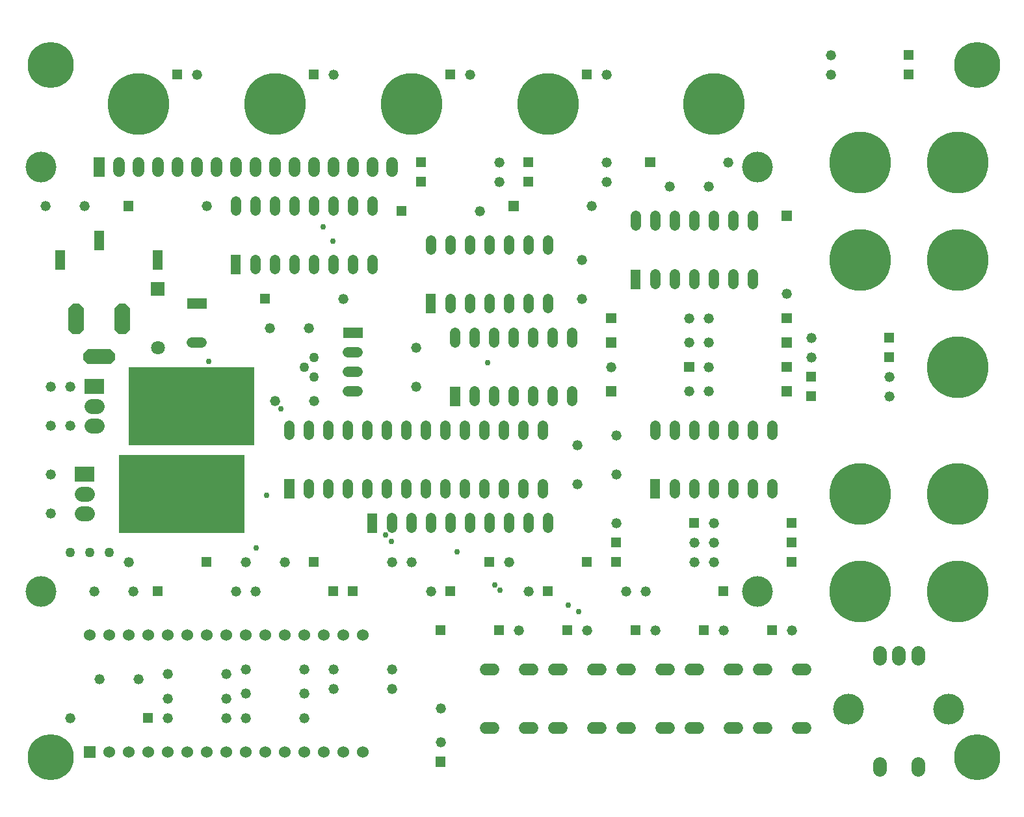
<source format=gts>
%FSLAX24Y24*%
%MOIN*%
%ADD10C,0.0300*%
%ADD11C,0.0500*%
%ADD12C,0.0520*%
%ADD13C,0.0591*%
%ADD14C,0.0600*%
%ADD15C,0.0700*%
%ADD16C,0.0709*%
%ADD17C,0.0750*%
%ADD18C,0.1575*%
%ADD19C,0.2362*%
%ADD20C,0.3150*%
D10*
G01X18920Y13379D03*
X15723Y29192D03*
X16224Y28451D03*
X13569Y19851D03*
X28828Y9450D03*
X24813Y10544D03*
X24537Y10820D03*
X19220Y13049D03*
X12820Y15407D03*
X28284Y9788D03*
X22604Y12513D03*
X24178Y22226D03*
X9857Y22269D03*
X12310Y12722D03*
D11*
G01X15250Y22500D03*
X14750Y22000D03*
X15250Y21500D03*
X4750Y12500D03*
X3750Y12500D03*
X2750Y12500D03*
D12*
G01X13250Y20250D03*
X15250Y20250D03*
X5750Y12000D03*
X32750Y8500D03*
X39499Y25750D03*
X33500Y31250D03*
X35500Y31250D03*
X25750Y8500D03*
X26250Y10500D03*
X12249Y10500D03*
X13750Y12000D03*
X11750Y12000D03*
X29500Y30250D03*
X34500Y23250D03*
X41750Y37000D03*
X1750Y16500D03*
X1750Y14500D03*
X2749Y19000D03*
X2750Y21000D03*
X21250Y10500D03*
X19250Y12000D03*
X4249Y6000D03*
X6249Y6000D03*
X34750Y13000D03*
X21750Y2750D03*
X24750Y31500D03*
X1749Y19000D03*
X1750Y21000D03*
X21750Y4500D03*
X29250Y8500D03*
X39750Y8500D03*
X3500Y30250D03*
X1500Y30250D03*
X16250Y6500D03*
X19250Y6500D03*
X41750Y38000D03*
X16750Y25500D03*
X30750Y14000D03*
X2750Y4000D03*
X36500Y32500D03*
X11250Y10500D03*
X36250Y8500D03*
X30500Y22000D03*
X4000Y10500D03*
X5999Y10500D03*
X32250Y10500D03*
X20249Y12000D03*
X25249Y12000D03*
X19250Y5500D03*
X16250Y5500D03*
X31250Y10500D03*
X34500Y24500D03*
X30250Y31500D03*
X34500Y20750D03*
X30750Y18500D03*
X30750Y16500D03*
X35750Y13000D03*
X44750Y20500D03*
X44750Y21500D03*
X35500Y22000D03*
X9250Y37000D03*
X16250Y37000D03*
X23250Y37000D03*
X30250Y37000D03*
X24750Y32500D03*
X9749Y30250D03*
X23750Y30000D03*
X30250Y32500D03*
X10749Y6250D03*
X7750Y6250D03*
X11750Y6500D03*
X14750Y6500D03*
X11750Y5250D03*
X14750Y5250D03*
X14750Y4000D03*
X11750Y4000D03*
X35500Y24500D03*
X35750Y12000D03*
X40750Y23500D03*
X40750Y22500D03*
X10749Y5000D03*
X7750Y5000D03*
X7749Y4000D03*
X10749Y4000D03*
X35500Y20750D03*
X34750Y12000D03*
X35500Y23250D03*
X35750Y14000D03*
X29000Y27500D03*
X29000Y25500D03*
X20500Y23000D03*
X20500Y21000D03*
X28750Y18000D03*
X28750Y16000D03*
X15000Y24000D03*
X13000Y24000D03*
X23250Y13760D02*
X23250Y14239D01*
X22250Y13760D02*
X22250Y14239D01*
X21250Y13760D02*
X21250Y14239D01*
X25250Y13760D02*
X25250Y14239D01*
X27250Y13760D02*
X27250Y14239D01*
X26250Y13760D02*
X26250Y14239D01*
X24250Y13760D02*
X24250Y14239D01*
X20250Y13760D02*
X20250Y14239D01*
X19250Y13760D02*
X19250Y14239D01*
X17010Y22749D02*
X17490Y22749D01*
X17010Y20749D02*
X17490Y20749D01*
X17010Y21750D02*
X17490Y21750D01*
X9010Y23249D02*
X9490Y23249D01*
X33750Y26260D02*
X33750Y26740D01*
X34750Y29260D02*
X34750Y29740D01*
X34750Y26260D02*
X34750Y26740D01*
X35750Y26260D02*
X35750Y26740D01*
X37749Y29260D02*
X37749Y29740D01*
X36749Y26260D02*
X36749Y26740D01*
X36749Y29260D02*
X36749Y29740D01*
X31750Y29260D02*
X31750Y29740D01*
X37749Y26260D02*
X37749Y26740D01*
X35750Y29260D02*
X35750Y29740D01*
X32750Y26260D02*
X32750Y26740D01*
X32750Y29260D02*
X32750Y29740D01*
X33750Y29260D02*
X33750Y29740D01*
X18999Y18510D02*
X18999Y18990D01*
X18000Y15510D02*
X18000Y15990D01*
X23000Y18510D02*
X23000Y18990D01*
X17000Y15510D02*
X17000Y15990D01*
X16000Y15510D02*
X16000Y15990D01*
X18999Y15510D02*
X18999Y15990D01*
X18000Y18510D02*
X18000Y18990D01*
X20000Y15510D02*
X20000Y15990D01*
X25000Y15510D02*
X25000Y15990D01*
X17000Y18510D02*
X17000Y18990D01*
X24000Y18510D02*
X24000Y18990D01*
X14000Y18510D02*
X14000Y18990D01*
X21999Y18510D02*
X21999Y18990D01*
X26000Y18510D02*
X26000Y18990D01*
X24000Y15510D02*
X24000Y15990D01*
X21000Y15510D02*
X21000Y15990D01*
X26999Y15510D02*
X26999Y15990D01*
X21000Y18510D02*
X21000Y18990D01*
X15000Y15510D02*
X15000Y15990D01*
X23000Y15510D02*
X23000Y15990D01*
X25000Y18510D02*
X25000Y18990D01*
X21999Y15510D02*
X21999Y15990D01*
X26999Y18510D02*
X26999Y18990D01*
X26000Y15510D02*
X26000Y15990D01*
X15000Y18510D02*
X15000Y18990D01*
X20000Y18510D02*
X20000Y18990D01*
X16000Y18510D02*
X16000Y18990D01*
X18250Y30010D02*
X18250Y30490D01*
X18250Y27010D02*
X18250Y27490D01*
X15250Y30010D02*
X15250Y30490D01*
X17250Y27010D02*
X17250Y27490D01*
X16250Y30010D02*
X16250Y30490D01*
X15250Y27010D02*
X15250Y27490D01*
X12250Y30010D02*
X12250Y30490D01*
X16250Y27010D02*
X16250Y27490D01*
X13250Y27010D02*
X13250Y27490D01*
X11250Y30010D02*
X11250Y30490D01*
X14250Y30010D02*
X14250Y30490D01*
X13250Y30010D02*
X13250Y30490D01*
X14250Y27010D02*
X14250Y27490D01*
X17250Y30010D02*
X17250Y30490D01*
X12250Y27010D02*
X12250Y27490D01*
X34750Y15510D02*
X34750Y15990D01*
X35750Y18510D02*
X35750Y18990D01*
X35750Y15510D02*
X35750Y15990D01*
X36749Y15510D02*
X36749Y15990D01*
X38750Y18510D02*
X38750Y18990D01*
X37749Y15510D02*
X37749Y15990D01*
X37749Y18510D02*
X37749Y18990D01*
X32750Y18510D02*
X32750Y18990D01*
X38750Y15510D02*
X38750Y15990D01*
X36749Y18510D02*
X36749Y18990D01*
X33749Y15510D02*
X33749Y15990D01*
X33749Y18510D02*
X33749Y18990D01*
X34750Y18510D02*
X34750Y18990D01*
X22250Y28010D02*
X22250Y28489D01*
X25249Y25010D02*
X25249Y25490D01*
X27250Y25010D02*
X27250Y25490D01*
X24250Y28010D02*
X24250Y28489D01*
X26250Y25010D02*
X26250Y25490D01*
X25249Y28010D02*
X25249Y28489D01*
X23249Y28010D02*
X23249Y28489D01*
X24250Y25010D02*
X24250Y25490D01*
X23249Y25010D02*
X23249Y25490D01*
X26250Y28010D02*
X26250Y28489D01*
X27250Y28010D02*
X27250Y28489D01*
X21250Y28010D02*
X21250Y28489D01*
X22250Y25010D02*
X22250Y25490D01*
X23500Y23260D02*
X23500Y23740D01*
X26499Y20260D02*
X26499Y20740D01*
X28500Y20260D02*
X28500Y20740D01*
X25500Y23260D02*
X25500Y23740D01*
X27500Y20260D02*
X27500Y20740D01*
X26499Y23260D02*
X26499Y23740D01*
X24499Y23260D02*
X24499Y23740D01*
X25500Y20260D02*
X25500Y20740D01*
X24499Y20260D02*
X24499Y20740D01*
X27500Y23260D02*
X27500Y23740D01*
X28500Y23260D02*
X28500Y23740D01*
X22500Y23260D02*
X22500Y23740D01*
X23500Y20260D02*
X23500Y20740D01*
D13*
G01X19250Y32045D02*
X19250Y32454D01*
X10250Y32045D02*
X10250Y32454D01*
X17250Y32045D02*
X17250Y32454D01*
X6250Y32045D02*
X6250Y32454D01*
X9250Y32045D02*
X9250Y32454D01*
X7250Y32045D02*
X7250Y32454D01*
X15250Y32045D02*
X15250Y32454D01*
X5250Y32045D02*
X5250Y32454D01*
X8250Y32045D02*
X8250Y32454D01*
X18250Y32045D02*
X18250Y32454D01*
X12250Y32045D02*
X12250Y32454D01*
X11250Y32045D02*
X11250Y32454D01*
X14250Y32045D02*
X14250Y32454D01*
X13250Y32045D02*
X13250Y32454D01*
X16250Y32045D02*
X16250Y32454D01*
D14*
G01X8750Y2249D03*
X4750Y8250D03*
X17750Y2249D03*
X4750Y2249D03*
X16750Y8250D03*
X17750Y8250D03*
X9750Y2249D03*
X14750Y8250D03*
X16750Y2249D03*
X9750Y8250D03*
X10750Y2249D03*
X3750Y8250D03*
X7750Y8250D03*
X12750Y2249D03*
X8750Y8250D03*
X12750Y8250D03*
X14750Y2249D03*
X6750Y8250D03*
X15750Y2249D03*
X6750Y2249D03*
X15750Y8250D03*
X5750Y8250D03*
X10750Y8250D03*
X5750Y2249D03*
X13750Y8250D03*
X7750Y2249D03*
X13750Y2249D03*
X11750Y8250D03*
X11750Y2249D03*
X31050Y3499D02*
X31450Y3499D01*
X33050Y3499D02*
X33450Y3499D01*
X33050Y6500D02*
X33450Y6500D01*
X31050Y6500D02*
X31450Y6500D01*
X34550Y3499D02*
X34950Y3499D01*
X36549Y3499D02*
X36949Y3499D01*
X36549Y6500D02*
X36949Y6500D01*
X34550Y6500D02*
X34950Y6500D01*
X38050Y3499D02*
X38450Y3499D01*
X40050Y3499D02*
X40450Y3499D01*
X40050Y6500D02*
X40450Y6500D01*
X38050Y6500D02*
X38450Y6500D01*
X24050Y3499D02*
X24450Y3499D01*
X26050Y3499D02*
X26450Y3499D01*
X26050Y6500D02*
X26450Y6500D01*
X24050Y6500D02*
X24450Y6500D01*
X27550Y3499D02*
X27950Y3499D01*
X29550Y3499D02*
X29950Y3499D01*
X29550Y6500D02*
X29950Y6500D01*
X27550Y6500D02*
X27950Y6500D01*
D15*
G01X45234Y7058D02*
X45234Y7358D01*
X44250Y1349D02*
X44250Y1649D01*
X46218Y7058D02*
X46218Y7358D01*
X44250Y7058D02*
X44250Y7358D01*
X46218Y1349D02*
X46218Y1649D01*
D16*
G01X7250Y23000D03*
D17*
G01X3875Y20000D02*
X4125Y20000D01*
X3875Y19000D02*
X4125Y19000D01*
X3375Y15500D02*
X3625Y15500D01*
X3375Y14500D02*
X3625Y14500D01*
D18*
G01X1250Y32250D03*
X38000Y32250D03*
X1250Y10500D03*
X38000Y10500D03*
X47793Y4452D03*
X42675Y4452D03*
D19*
G01X49250Y37500D03*
X1750Y2000D03*
X49250Y2000D03*
X1750Y37500D03*
D20*
G01X48250Y15500D03*
X43250Y15500D03*
X48250Y32500D03*
X43250Y32500D03*
X48250Y22000D03*
X6250Y35500D03*
X13250Y35500D03*
X20250Y35500D03*
X27250Y35500D03*
X35750Y35500D03*
X43250Y27500D03*
X48250Y27500D03*
X43250Y10500D03*
X48250Y10500D03*
G36*
X9489Y11740D02*G01*
X10009Y11740D01*X10009Y12260D01*X9489Y12260D01*G37*
G36*
X32010Y8760D02*G01*
X31490Y8760D01*X31490Y8240D01*X32010Y8240D01*G37*
G36*
X39759Y29490D02*G01*
X39759Y30010D01*X39239Y30010D01*X39239Y29490D01*G37*
G36*
X25010Y8760D02*G01*
X24490Y8760D01*X24490Y8240D01*X25010Y8240D01*G37*
G36*
X22510Y10760D02*G01*
X21990Y10760D01*X21990Y10240D01*X22510Y10240D01*G37*
G36*
X1990Y27000D02*G01*
X2509Y27000D01*X2509Y28000D01*X1990Y28000D01*G37*
G36*
X6989Y27000D02*G01*
X7510Y27000D01*X7510Y28000D01*X6989Y28000D01*G37*
G36*
X3989Y28000D02*G01*
X4509Y28000D01*X4510Y29000D01*X3990Y29000D01*G37*
G36*
X15989Y10240D02*G01*
X16509Y10240D01*X16509Y10760D01*X15989Y10760D01*G37*
G36*
X25760Y30510D02*G01*
X25240Y30510D01*X25240Y29990D01*X25760Y29990D01*G37*
G36*
X30760Y23510D02*G01*
X30240Y23510D01*X30240Y22990D01*X30760Y22990D01*G37*
G36*
X45490Y36740D02*G01*
X46010Y36740D01*X46010Y37260D01*X45490Y37260D01*G37*
G36*
X17510Y10760D02*G01*
X16990Y10760D01*X16990Y10240D01*X17510Y10240D01*G37*
G36*
X15510Y12260D02*G01*
X14990Y12260D01*X14990Y11740D01*X15510Y11740D01*G37*
G36*
X31010Y13260D02*G01*
X30490Y13260D01*X30490Y12740D01*X31010Y12740D01*G37*
G36*
X4545Y32750D02*G01*
X3954Y32750D01*X3954Y31750D01*X4545Y31750D01*G37*
G36*
X21490Y2010D02*G01*
X21490Y1490D01*X22010Y1490D01*X22010Y2010D01*G37*
G36*
X21010Y31760D02*G01*
X20490Y31760D01*X20490Y31240D01*X21010Y31240D01*G37*
G36*
X22010Y8240D02*G01*
X22010Y8760D01*X21490Y8760D01*X21490Y8240D01*G37*
G36*
X28510Y8760D02*G01*
X27990Y8760D01*X27990Y8240D01*X28510Y8240D01*G37*
G36*
X39010Y8760D02*G01*
X38490Y8760D01*X38490Y8240D01*X39010Y8240D01*G37*
G36*
X45490Y37740D02*G01*
X46010Y37740D01*X46010Y38260D01*X45490Y38260D01*G37*
G36*
X10249Y18000D02*G01*
X10250Y22000D01*X5750Y22000D01*X5750Y18000D01*G37*
G36*
X12200Y18000D02*G01*
X12200Y22000D01*X9800Y22000D01*X9800Y18000D01*G37*
G36*
X4500Y20625D02*G01*
X4500Y21375D01*X3500Y21375D01*X3500Y20625D01*G37*
G36*
X7604Y25645D02*G01*
X7604Y26354D01*X6895Y26354D01*X6895Y25645D01*G37*
G36*
X13010Y25760D02*G01*
X12490Y25760D01*X12490Y25240D01*X13010Y25240D01*G37*
G36*
X34490Y13740D02*G01*
X35010Y13740D01*X35010Y14260D01*X34490Y14260D01*G37*
G36*
X6489Y3740D02*G01*
X7009Y3740D01*X7009Y4260D01*X6489Y4260D01*G37*
G36*
X32760Y32760D02*G01*
X32240Y32760D01*X32240Y32240D01*X32760Y32240D01*G37*
G36*
X7510Y10760D02*G01*
X6989Y10760D01*X6989Y10240D01*X7510Y10240D01*G37*
G36*
X35510Y8760D02*G01*
X34990Y8760D01*X34990Y8240D01*X35510Y8240D01*G37*
G36*
X34240Y21740D02*G01*
X34760Y21740D01*X34760Y22260D01*X34240Y22260D01*G37*
G36*
X35990Y10240D02*G01*
X36510Y10240D01*X36510Y10760D01*X35990Y10760D01*G37*
G36*
X23989Y11740D02*G01*
X24509Y11740D01*X24509Y12260D01*X23989Y12260D01*G37*
G36*
X28989Y11740D02*G01*
X29510Y11740D01*X29510Y12260D01*X28989Y12260D01*G37*
G36*
X27510Y10760D02*G01*
X26990Y10760D01*X26990Y10240D01*X27510Y10240D01*G37*
G36*
X18510Y14500D02*G01*
X17990Y14500D01*X17990Y13499D01*X18510Y13499D01*G37*
G36*
X9749Y13499D02*G01*
X9750Y17500D01*X5250Y17500D01*X5250Y13499D01*G37*
G36*
X11700Y13499D02*G01*
X11700Y17499D01*X9300Y17500D01*X9300Y13499D01*G37*
G36*
X4000Y16125D02*G01*
X4000Y16875D01*X3000Y16875D01*X3000Y16125D01*G37*
G36*
X4846Y22929D02*G01*
X5076Y22698D01*X5076Y22372D01*X4846Y22141D01*X3653Y22141D01*X3423Y22372D01*X3423Y22698D01*X3653Y22929D01*G37*
G36*
X3231Y25251D02*G01*
X3462Y25021D01*X3462Y23907D01*X3231Y23677D01*X2905Y23677D01*X2675Y23907D01*X2675Y25021D01*X2905Y25251D01*G37*
G36*
X5594Y25251D02*G01*
X5824Y25021D01*X5824Y23907D01*X5594Y23677D01*X5268Y23677D01*X5037Y23907D01*X5037Y25021D01*X5268Y25251D01*G37*
G36*
X17750Y23489D02*G01*
X17750Y24009D01*X16750Y24009D01*X16750Y23489D01*G37*
G36*
X9750Y24990D02*G01*
X9750Y25509D01*X8750Y25510D01*X8750Y24990D01*G37*
G36*
X32010Y27000D02*G01*
X31490Y27000D01*X31490Y26000D01*X32010Y26000D01*G37*
G36*
X30760Y24760D02*G01*
X30240Y24760D01*X30240Y24240D01*X30760Y24240D01*G37*
G36*
X26510Y31760D02*G01*
X25990Y31760D01*X25990Y31240D01*X26510Y31240D01*G37*
G36*
X30760Y21010D02*G01*
X30240Y21010D01*X30240Y20490D01*X30760Y20490D01*G37*
G36*
X4050Y2550D02*G01*
X3450Y2550D01*X3450Y1949D01*X4050Y1949D01*G37*
G36*
X14260Y16250D02*G01*
X13740Y16250D01*X13740Y15250D01*X14260Y15250D01*G37*
G36*
X39490Y12740D02*G01*
X40010Y12740D01*X40010Y13260D01*X39490Y13260D01*G37*
G36*
X41010Y20760D02*G01*
X40490Y20760D01*X40490Y20240D01*X41010Y20240D01*G37*
G36*
X41010Y21760D02*G01*
X40490Y21760D01*X40490Y21240D01*X41010Y21240D01*G37*
G36*
X39240Y21740D02*G01*
X39760Y21740D01*X39760Y22260D01*X39240Y22260D01*G37*
G36*
X8510Y37260D02*G01*
X7990Y37260D01*X7990Y36740D01*X8510Y36740D01*G37*
G36*
X15510Y37260D02*G01*
X14990Y37260D01*X14990Y36740D01*X15510Y36740D01*G37*
G36*
X22510Y37260D02*G01*
X21990Y37260D01*X21990Y36740D01*X22510Y36740D01*G37*
G36*
X29510Y37260D02*G01*
X28990Y37260D01*X28990Y36740D01*X29510Y36740D01*G37*
G36*
X21010Y32760D02*G01*
X20490Y32760D01*X20490Y32240D01*X21010Y32240D01*G37*
G36*
X6010Y30510D02*G01*
X5490Y30510D01*X5490Y29990D01*X6010Y29990D01*G37*
G36*
X20010Y30260D02*G01*
X19490Y30260D01*X19490Y29740D01*X20010Y29740D01*G37*
G36*
X26510Y32760D02*G01*
X25990Y32760D01*X25990Y32240D01*X26510Y32240D01*G37*
G36*
X11510Y27750D02*G01*
X10990Y27750D01*X10990Y26750D01*X11510Y26750D01*G37*
G36*
X33009Y16250D02*G01*
X32489Y16250D01*X32489Y15250D01*X33009Y15250D01*G37*
G36*
X21509Y25750D02*G01*
X20989Y25750D01*X20989Y24750D01*X21509Y24750D01*G37*
G36*
X39240Y24240D02*G01*
X39760Y24240D01*X39760Y24760D01*X39240Y24760D01*G37*
G36*
X39490Y11740D02*G01*
X40010Y11740D01*X40010Y12260D01*X39490Y12260D01*G37*
G36*
X44490Y23239D02*G01*
X45010Y23239D01*X45010Y23759D01*X44490Y23759D01*G37*
G36*
X44490Y22239D02*G01*
X45010Y22239D01*X45010Y22759D01*X44490Y22759D01*G37*
G36*
X22759Y21000D02*G01*
X22239Y21000D01*X22239Y20000D01*X22759Y20000D01*G37*
G36*
X39240Y20490D02*G01*
X39760Y20490D01*X39760Y21010D01*X39240Y21010D01*G37*
G36*
X31010Y12260D02*G01*
X30490Y12260D01*X30490Y11740D01*X31010Y11740D01*G37*
G36*
X39240Y22990D02*G01*
X39760Y22990D01*X39760Y23510D01*X39240Y23510D01*G37*
G36*
X39490Y13740D02*G01*
X40010Y13740D01*X40010Y14260D01*X39490Y14260D01*G37*
M02*

</source>
